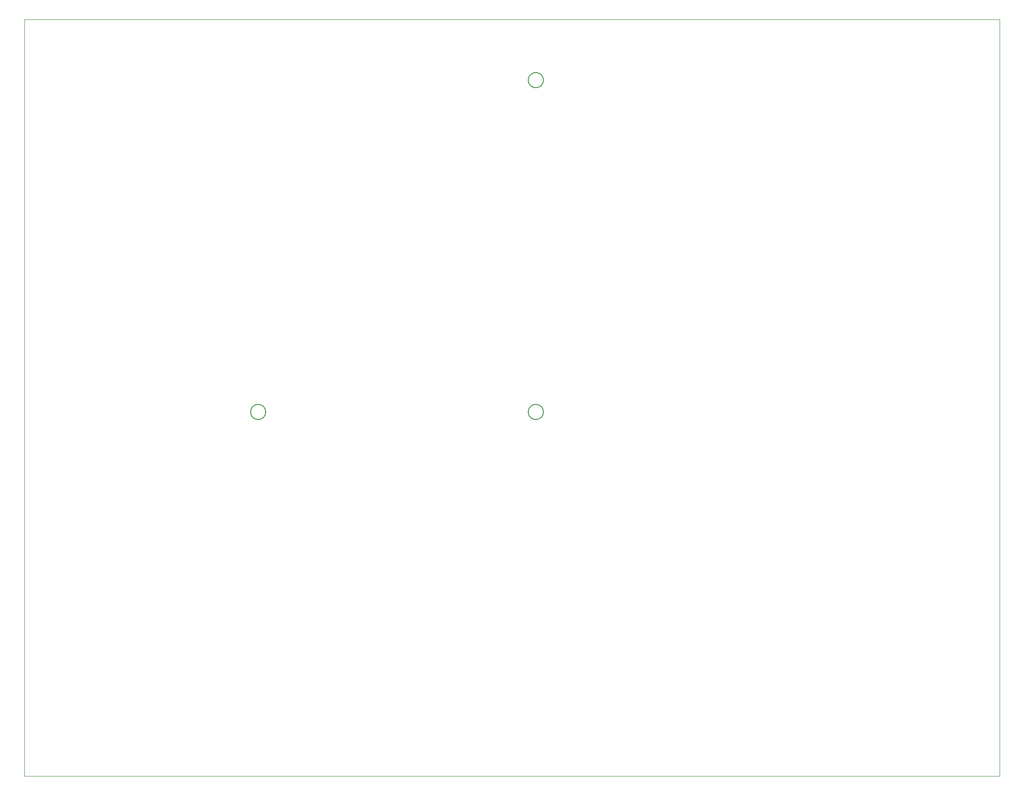
<source format=gko>
G04 Layer: BoardOutlineLayer*
G04 EasyEDA v6.5.39, 2024-01-13 10:24:34*
G04 5b59cbb84cfc49169e369527b49db230,24315905b9734375b2ccc5c6aeea7757,10*
G04 Gerber Generator version 0.2*
G04 Scale: 100 percent, Rotated: No, Reflected: No *
G04 Dimensions in inches *
G04 leading zeros omitted , absolute positions ,3 integer and 6 decimal *
%FSLAX36Y36*%
%MOIN*%

%ADD10C,0.0020*%
%ADD11C,0.0050*%
D10*
X7200000Y5586999D02*
G01*
X7200000Y0D01*
X0Y0D01*
X0Y5587500D01*
X7200000Y5587500D01*
D11*
G75*
G01
X3830900Y5137500D02*
G03X3830900Y5137500I-55900J0D01*
G75*
G01
X1780900Y2687500D02*
G03X1780900Y2687500I-55900J0D01*
G75*
G01
X3830900Y2687500D02*
G03X3830900Y2687500I-55900J0D01*

%LPD*%
M02*

</source>
